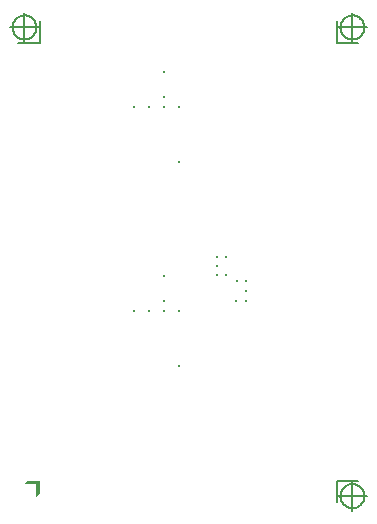
<source format=gbr>
G04 AutoGERB for AutoCAD 14/2000*
G04 RS274-X Output *
%FSLAX34Y34*%
%MOIN*%
%ADD12C,0.005000*%
%ADD13C,0.007000*%
%ADD14C,0.006667*%
%ADD15C,0.013000*%
G54D14*X10416Y-111D02*X10388Y-112D01*X10360Y-115*X10333Y-119*X10307Y-125*X10280Y-135*X10253Y-145*X10229Y-157*X10205Y-171*X10181Y-187*X10160Y-204*X10139Y-223*X10120Y-243*X10101Y-263*X10085Y-285*X10071Y-309*X10057Y-333*X10045Y-359*X10036Y-385*X10028Y-412*X10023Y-439*X10019Y-467*X10016Y-495*G54D14*X10016Y-511D02*X10017Y-539D01*X10020Y-565*X10025Y-593*X10032Y-620*X10040Y-647*X10051Y-673*X10063Y-697*X10076Y-721*X10092Y-745*X10109Y-767*X10128Y-788*X10148Y-807*X10169Y-825*X10192Y-841*X10215Y-856*X10240Y-869*X10265Y-881*X10291Y-891*X10317Y-899*X10345Y-904*X10372Y-908*X10400Y-911*G54D14*X9900Y0D02*X10616Y0D01*G54D14*X10416Y-511D02*X9933Y-511D01*G54D14*X9900Y0D02*X9900Y-716D01*G54D14*X10416Y-911D02*X10444Y-909D01*X10472Y-907*X10499Y-901*X10527Y-895*X10552Y-887*X10579Y-876*X10604Y-864*X10628Y-851*X10651Y-835*X10672Y-817*X10693Y-799*X10712Y-779*X10731Y-757*X10747Y-735*X10761Y-712*X10775Y-687*X10787Y-661*X10796Y-636*X10804Y-609*X10809Y-581*X10813Y-555*X10816Y-527*G54D14*X10416Y-511D02*X10416Y-993D01*G54D14*X10816Y-511D02*X10815Y-483D01*X10812Y-455*X10808Y-428*X10801Y-400*X10792Y-375*X10781Y-348*X10769Y-323*X10756Y-299*X10740Y-276*X10723Y-253*X10704Y-233*X10684Y-213*X10663Y-196*X10641Y-180*X10617Y-165*X10592Y-152*X10567Y-140*X10541Y-131*X10515Y-123*X10487Y-117*X10460Y-113*X10432Y-111*G54D14*X10416Y-511D02*X10899Y-511D01*G54D14*X10416Y-511D02*X10416Y-28D01*G36*X-416Y0D02*X-528Y-120D01*X-120Y-120*X-120Y-528*X0Y-416*X0Y0*X-416Y0*G37*G54D14*X-516Y15511D02*X-544Y15509D01*X-572Y15507*X-599Y15501*X-627Y15495*X-652Y15487*X-679Y15476*X-704Y15464*X-728Y15451*X-751Y15435*X-772Y15417*X-793Y15399*X-812Y15379*X-831Y15357*X-847Y15335*X-861Y15312*X-875Y15287*X-887Y15261*X-896Y15236*X-904Y15209*X-909Y15181*X-913Y15155*X-916Y15127*G54D14*X-916Y15111D02*X-915Y15083D01*X-912Y15055*X-908Y15028*X-901Y15000*X-892Y14975*X-881Y14948*X-869Y14923*X-856Y14899*X-840Y14876*X-823Y14853*X-804Y14833*X-784Y14813*X-763Y14796*X-741Y14780*X-717Y14765*X-692Y14752*X-667Y14740*X-641Y14731*X-615Y14723*X-587Y14717*X-560Y
14713*X-532Y14711*G54D14*X-516Y15111D02*X-999Y15111D01*G54D14*X-516Y14711D02*X-488Y14712D01*X-460Y14715*X-433Y14719*X-407Y14725*X-380Y14735*X-353Y14745*X-329Y14757*X-305Y14771*X-281Y14787*X-260Y14804*X-239Y14823*X-220Y14843*X-201Y14863*X-185Y14885*X-171Y14909*X-157Y14933*X-145Y14959*X-136Y14985*X-128Y15012*X-123Y15039*X-119Y15067*X-116Y15095*G54D14*X-516Y15111D02*X-516Y14628D01*G54D14*X0Y14600D02*X0Y15316D01*G54D14*X0Y14600D02*X-716Y14600D01*G54D14*X-116Y15111D02*X-117Y15139D01*X-120Y15165*X-125Y15193*X-132Y15220*X-140Y15247*X-151Y15273*X-163Y15297*X-176Y15321*X-192Y15345*X-209Y15367*X-228Y15388*X-248Y15407*X-269Y15425*X-292Y15441*X-315Y15456*X-340Y15469*X-365Y15481*X-391Y15491*X-417Y15499*X-445Y15504*X-472Y15508*X-500Y15511*G54D14*X-516Y15111D02*X-33Y15111D01*G54D14*X-516Y15111D02*X-516Y15593D01*G54D14*X10816Y15111D02*X10815Y15139D01*X10812Y15165*X10808Y15193*X10801Y15220*X10792Y15247*X10781Y15273*X10769Y15297*X10756Y15321*X10740Y15345*X10723Y15367*X10704Y15388*X10684Y15407*X10663Y15425*X10641Y15441*X10617Y15456*X10592Y15469*X10567Y15481*X10541Y15491*X10515Y15499*X10487Y15504*X10460Y15508*X10432Y15511*G54D14*X10416Y14711D02*X10444Y14712D01*X10472Y14715*X10499Y14719*X10527Y14725*X10552Y14735*X10579Y14745*X10604Y14757*X10628Y14771*X10651Y14787*X10672Y14804*X10693Y14823*X10712Y14843*X10731Y14863*X10747Y14885*X10761Y14909*X10775Y14933*X10787Y14959*X10796Y14985*X10804Y15012*X10809Y15039*X10813Y15067*X10816Y15095*G54D14*X10416Y15111D02*X10899Y15111D01*G54D14*X10016Y15111D02*X10017Y15083D01*X10020Y15055*X10025Y15028*X10032Y15000*X10040Y14975*X10051Y14948*X10063Y14923*X10076Y14899*X10092Y14876*X10109Y14853*X10128Y14833*X10148Y14813*X10169Y14796*X10192Y14780*X10215Y14765*X10240Y14752*X10265Y14740*X10291Y14731*X10317Y14723*X10345Y14717*X10372Y14713*X10400Y14711*G54D14*X10416Y15111D02*X10416Y14628D01*G54D14*X9900Y14600D02*X9900Y15316D01*G54D14*X9900Y14600D02*X10616Y14600D01*G54D14*X10416Y15511D02*X10388Y15509D01*X10360Y15507*X10333Y15501*X10307Y15495*X10280Y15487*X10253Y15476
*X10229Y15464*X10205Y15451*X10181Y15435*X10160Y15417*X10139Y15399*X10120Y15379*X10101Y15357*X10085Y15335*X10071Y15312*X10057Y15287*X10045Y15261*X10036Y15236*X10028Y15209*X10023Y15181*X10019Y15155*X10016Y15127*G54D14*X10416Y15111D02*X9933Y15111D01*G54D14*X10416Y15111D02*X10416Y15593D01*G54D15*X6214Y7460D03*G54D15*X5894Y7460D03*G54D15*X6534Y5990D03*G54D15*X6854Y5990D03*G54D15*X6194Y6845D03*G54D15*X5894Y6845D03*G54D15*X5894Y7152D03*G54D15*X6554Y6655D03*G54D15*X6854Y6655D03*G54D15*X6854Y6323D03*G54D15*X4650Y3840D03*G54D15*X3150Y5665D03*G54D15*X3650Y5665D03*G54D15*X4150Y5665D03*G54D15*X4650Y5665D03*G54D15*X4650Y10620D03*G54D15*X3150Y12445D03*G54D15*X4150Y13610D03*G54D15*X4150Y12785D03*G54D15*X3650Y12445D03*G54D15*X4150Y12445D03*G54D15*X4650Y12445D03*G54D15*X4150Y6830D03*G54D15*X4150Y6005D03*M02*

	THIS DOCUMENT AND ITS CONTENTS ARE OWNED BY, AND ARE
THE CONFIDENTIAL AND PROPRIETARY INFORMATION OF, MINI-CIRCUITS
("CONFIDENTIAL INFORMATION") AND MINI-CIRCUITS RESERVES ALL
DESIGN, USE, MANUFACTURING AND REPRODUCTION RIGHTS THERETO.
UNLESS OTHERWISE EXPRESSLY AGREED TO IN WRITING BY MINI-
CIRCUITS, THE CONFIDENTIAL INFROMATION WILL: (i) BE USED BY MINI-
CIRCUITS' VENDORS, VENDEES, OR THE UNITED STATES GOVERNMENT
("RECEIVING PARTY") SOLELY TO PROMOTE THE COMMERCIAL
RELATIONSHIP BETWEEN RECEIVING PARTY AND MINI-CIRCUITS
("PURPOSE") AND THEN ONLY TO THE EXTENT SPECIFIED BY MINI-
CIRCUITS; (ii) NOT BE USED FOR ANY OTHER PURPOSE AND NOT BE USED
IN ANY WAY DETRIMENTAL TO MINI-CIRCUITS OR TO COMPETE AGAINST
MINI-CIRCUITS; AND (iii) BE KEPT CONFIDENTIAL BY THE RECEIVING PARTY
AND RECEIVING PARTY AGREES NOT TO DISCLOSE THE CONFIDENTIAL
INFORMATION TO ANY THIRD PARTY.

</source>
